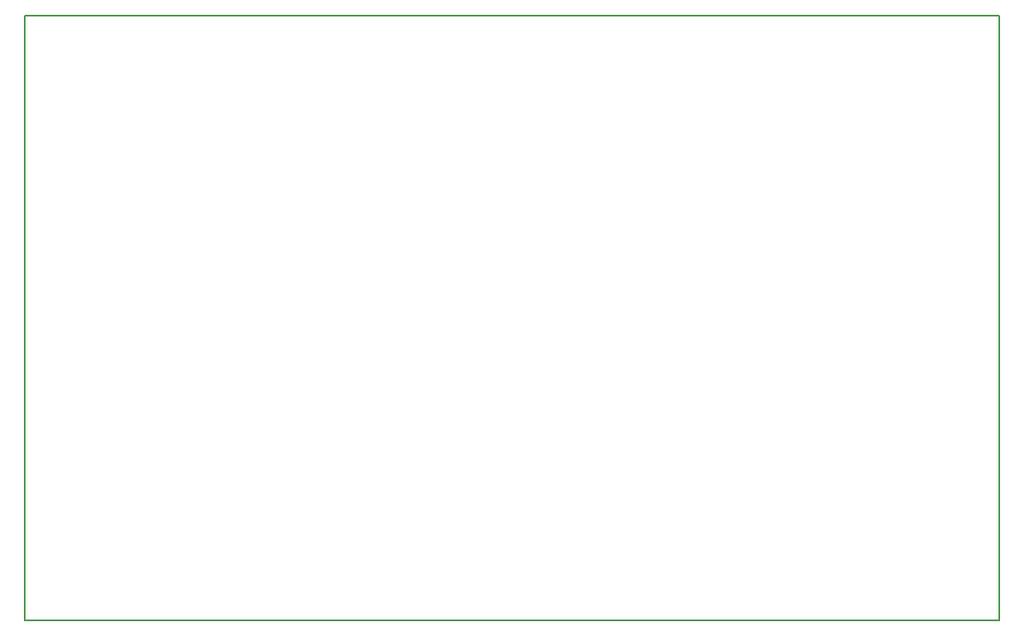
<source format=gm1>
G04 #@! TF.FileFunction,Profile,NP*
%FSLAX46Y46*%
G04 Gerber Fmt 4.6, Leading zero omitted, Abs format (unit mm)*
G04 Created by KiCad (PCBNEW 4.0.5) date 03/19/18 20:55:47*
%MOMM*%
%LPD*%
G01*
G04 APERTURE LIST*
%ADD10C,0.100000*%
%ADD11C,0.150000*%
G04 APERTURE END LIST*
D10*
D11*
X106500000Y-68600000D02*
X206500000Y-68600000D01*
X206500000Y-130700000D02*
X106500000Y-130700000D01*
X206500000Y-68600000D02*
X206500000Y-130700000D01*
X106500000Y-68600000D02*
X106500000Y-130700000D01*
M02*

</source>
